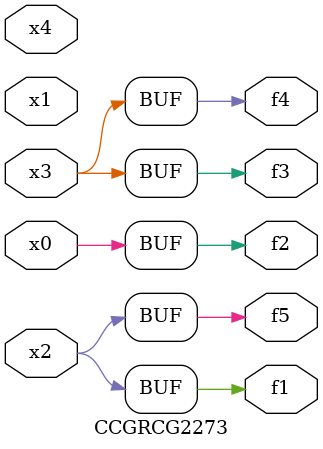
<source format=v>
module CCGRCG2273(
	input x0, x1, x2, x3, x4,
	output f1, f2, f3, f4, f5
);
	assign f1 = x2;
	assign f2 = x0;
	assign f3 = x3;
	assign f4 = x3;
	assign f5 = x2;
endmodule

</source>
